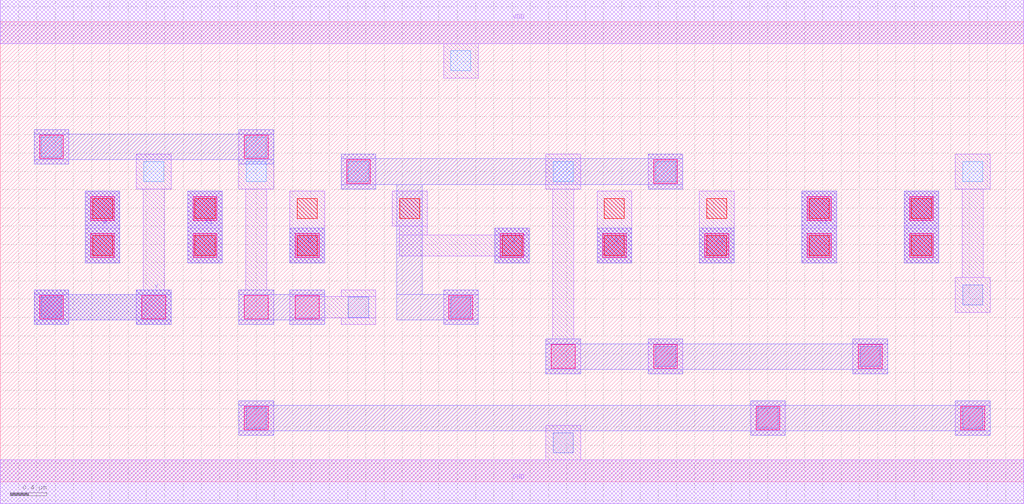
<source format=lef>
MACRO AOOAOI21311
 CLASS CORE ;
 FOREIGN AOOAOI21311 0 0 ;
 SIZE 11.200000000000001 BY 5.04 ;
 ORIGIN 0 0 ;
 SYMMETRY X Y R90 ;
 SITE unit ;
  PIN VDD
   DIRECTION INOUT ;
   USE POWER ;
   SHAPE ABUTMENT ;
    PORT
     CLASS CORE ;
       LAYER met1 ;
        RECT 0.00000000 4.80000000 11.20000000 5.28000000 ;
    END
  END VDD

  PIN GND
   DIRECTION INOUT ;
   USE POWER ;
   SHAPE ABUTMENT ;
    PORT
     CLASS CORE ;
       LAYER met1 ;
        RECT 0.00000000 -0.24000000 11.20000000 0.24000000 ;
    END
  END GND

  PIN Y
   DIRECTION INOUT ;
   USE SIGNAL ;
   SHAPE ABUTMENT ;
    PORT
     CLASS CORE ;
       LAYER met2 ;
        RECT 0.37000000 1.72200000 0.75000000 1.77200000 ;
        RECT 1.49000000 1.72200000 1.87000000 1.77200000 ;
        RECT 0.37000000 1.77200000 1.87000000 2.05200000 ;
        RECT 0.37000000 2.05200000 0.75000000 2.10200000 ;
        RECT 1.49000000 2.05200000 1.87000000 2.10200000 ;
    END
  END Y

  PIN A
   DIRECTION INOUT ;
   USE SIGNAL ;
   SHAPE ABUTMENT ;
    PORT
     CLASS CORE ;
       LAYER met2 ;
        RECT 0.93000000 2.39700000 1.31000000 3.18200000 ;
    END
  END A

  PIN C2
   DIRECTION INOUT ;
   USE SIGNAL ;
   SHAPE ABUTMENT ;
    PORT
     CLASS CORE ;
       LAYER met2 ;
        RECT 7.65000000 2.39700000 8.03000000 2.77700000 ;
    END
  END C2

  PIN C1
   DIRECTION INOUT ;
   USE SIGNAL ;
   SHAPE ABUTMENT ;
    PORT
     CLASS CORE ;
       LAYER met2 ;
        RECT 8.77000000 2.39700000 9.15000000 3.18200000 ;
    END
  END C1

  PIN E
   DIRECTION INOUT ;
   USE SIGNAL ;
   SHAPE ABUTMENT ;
    PORT
     CLASS CORE ;
       LAYER met2 ;
        RECT 5.41000000 2.39700000 5.79000000 2.77700000 ;
    END
  END E

  PIN A1
   DIRECTION INOUT ;
   USE SIGNAL ;
   SHAPE ABUTMENT ;
    PORT
     CLASS CORE ;
       LAYER met2 ;
        RECT 2.05000000 2.39700000 2.43000000 3.18200000 ;
    END
  END A1

  PIN D
   DIRECTION INOUT ;
   USE SIGNAL ;
   SHAPE ABUTMENT ;
    PORT
     CLASS CORE ;
       LAYER met2 ;
        RECT 6.53000000 2.39700000 6.91000000 2.77700000 ;
    END
  END D

  PIN C
   DIRECTION INOUT ;
   USE SIGNAL ;
   SHAPE ABUTMENT ;
    PORT
     CLASS CORE ;
       LAYER met2 ;
        RECT 9.89000000 2.39700000 10.27000000 3.18200000 ;
    END
  END C

  PIN B
   DIRECTION INOUT ;
   USE SIGNAL ;
   SHAPE ABUTMENT ;
    PORT
     CLASS CORE ;
       LAYER met2 ;
        RECT 3.17000000 2.39700000 3.55000000 2.77700000 ;
    END
  END B

 OBS
    LAYER polycont ;
     RECT 1.01000000 2.47700000 1.23000000 2.69700000 ;
     RECT 2.13000000 2.47700000 2.35000000 2.69700000 ;
     RECT 3.25000000 2.47700000 3.47000000 2.69700000 ;
     RECT 5.49000000 2.47700000 5.71000000 2.69700000 ;
     RECT 6.61000000 2.47700000 6.83000000 2.69700000 ;
     RECT 7.73000000 2.47700000 7.95000000 2.69700000 ;
     RECT 8.85000000 2.47700000 9.07000000 2.69700000 ;
     RECT 9.97000000 2.47700000 10.19000000 2.69700000 ;
     RECT 1.01000000 2.88200000 1.23000000 3.10200000 ;
     RECT 2.13000000 2.88200000 2.35000000 3.10200000 ;
     RECT 3.25000000 2.88200000 3.47000000 3.10200000 ;
     RECT 4.37000000 2.88200000 4.59000000 3.10200000 ;
     RECT 6.61000000 2.88200000 6.83000000 3.10200000 ;
     RECT 7.73000000 2.88200000 7.95000000 3.10200000 ;
     RECT 8.85000000 2.88200000 9.07000000 3.10200000 ;
     RECT 9.97000000 2.88200000 10.19000000 3.10200000 ;

    LAYER pdiffc ;
     RECT 1.57000000 3.28700000 1.79000000 3.50700000 ;
     RECT 2.69000000 3.28700000 2.91000000 3.50700000 ;
     RECT 3.81000000 3.28700000 4.03000000 3.50700000 ;
     RECT 6.05000000 3.28700000 6.27000000 3.50700000 ;
     RECT 7.17000000 3.28700000 7.39000000 3.50700000 ;
     RECT 10.53000000 3.28700000 10.75000000 3.50700000 ;
     RECT 0.45000000 3.55700000 0.67000000 3.77700000 ;
     RECT 2.69000000 3.55700000 2.91000000 3.77700000 ;
     RECT 4.93000000 4.50200000 5.15000000 4.72200000 ;

    LAYER ndiffc ;
     RECT 6.05000000 0.31700000 6.27000000 0.53700000 ;
     RECT 2.69000000 0.58700000 2.91000000 0.80700000 ;
     RECT 8.29000000 0.58700000 8.51000000 0.80700000 ;
     RECT 10.53000000 0.58700000 10.75000000 0.80700000 ;
     RECT 7.17000000 1.26200000 7.39000000 1.48200000 ;
     RECT 9.41000000 1.26200000 9.63000000 1.48200000 ;
     RECT 0.45000000 1.80200000 0.67000000 2.02200000 ;
     RECT 3.81000000 1.80200000 4.03000000 2.02200000 ;
     RECT 4.93000000 1.80200000 5.15000000 2.02200000 ;
     RECT 10.53000000 1.93700000 10.75000000 2.15700000 ;

    LAYER met1 ;
     RECT 0.00000000 -0.24000000 11.20000000 0.24000000 ;
     RECT 5.97000000 0.24000000 6.35000000 0.61700000 ;
     RECT 2.61000000 0.50700000 2.99000000 0.88700000 ;
     RECT 8.21000000 0.50700000 8.59000000 0.88700000 ;
     RECT 10.45000000 0.50700000 10.83000000 0.88700000 ;
     RECT 7.09000000 1.18200000 7.47000000 1.56200000 ;
     RECT 9.33000000 1.18200000 9.71000000 1.56200000 ;
     RECT 0.37000000 1.72200000 0.75000000 2.10200000 ;
     RECT 3.17000000 1.72200000 3.55000000 1.79700000 ;
     RECT 3.73000000 1.72200000 4.11000000 1.79700000 ;
     RECT 3.17000000 1.79700000 4.11000000 2.02700000 ;
     RECT 3.17000000 2.02700000 3.55000000 2.10200000 ;
     RECT 3.73000000 2.02700000 4.11000000 2.10200000 ;
     RECT 4.85000000 1.72200000 5.23000000 2.10200000 ;
     RECT 0.93000000 2.39700000 1.31000000 2.77700000 ;
     RECT 2.05000000 2.39700000 2.43000000 2.77700000 ;
     RECT 8.77000000 2.39700000 9.15000000 2.77700000 ;
     RECT 9.89000000 2.39700000 10.27000000 2.77700000 ;
     RECT 0.93000000 2.80200000 1.31000000 3.18200000 ;
     RECT 2.05000000 2.80200000 2.43000000 3.18200000 ;
     RECT 3.17000000 2.39700000 3.55000000 3.18200000 ;
     RECT 5.41000000 2.39700000 5.79000000 2.47200000 ;
     RECT 4.36500000 2.47200000 5.79000000 2.70200000 ;
     RECT 5.41000000 2.70200000 5.79000000 2.77700000 ;
     RECT 4.36500000 2.70200000 4.67000000 2.80200000 ;
     RECT 4.29000000 2.80200000 4.67000000 3.18200000 ;
     RECT 6.53000000 2.39700000 6.91000000 3.18200000 ;
     RECT 7.65000000 2.39700000 8.03000000 3.18200000 ;
     RECT 8.77000000 2.80200000 9.15000000 3.18200000 ;
     RECT 9.89000000 2.80200000 10.27000000 3.18200000 ;
     RECT 1.49000000 1.72200000 1.87000000 2.10200000 ;
     RECT 1.56500000 2.10200000 1.79500000 3.20700000 ;
     RECT 1.49000000 3.20700000 1.87000000 3.58700000 ;
     RECT 3.73000000 3.20700000 4.11000000 3.58700000 ;
     RECT 5.97000000 1.18200000 6.35000000 1.56200000 ;
     RECT 6.04500000 1.56200000 6.27500000 3.20700000 ;
     RECT 5.97000000 3.20700000 6.35000000 3.58700000 ;
     RECT 7.09000000 3.20700000 7.47000000 3.58700000 ;
     RECT 10.45000000 1.85700000 10.83000000 2.23700000 ;
     RECT 10.52500000 2.23700000 10.75500000 3.20700000 ;
     RECT 10.45000000 3.20700000 10.83000000 3.58700000 ;
     RECT 0.37000000 3.47700000 0.75000000 3.85700000 ;
     RECT 2.61000000 1.72200000 2.99000000 2.10200000 ;
     RECT 2.68500000 2.10200000 2.91500000 3.20700000 ;
     RECT 2.61000000 3.20700000 2.99000000 3.85700000 ;
     RECT 4.85000000 4.42200000 5.23000000 4.80000000 ;
     RECT 0.00000000 4.80000000 11.20000000 5.28000000 ;

    LAYER via1 ;
     RECT 2.67000000 0.56700000 2.93000000 0.82700000 ;
     RECT 8.27000000 0.56700000 8.53000000 0.82700000 ;
     RECT 10.51000000 0.56700000 10.77000000 0.82700000 ;
     RECT 6.03000000 1.24200000 6.29000000 1.50200000 ;
     RECT 7.15000000 1.24200000 7.41000000 1.50200000 ;
     RECT 9.39000000 1.24200000 9.65000000 1.50200000 ;
     RECT 0.43000000 1.78200000 0.69000000 2.04200000 ;
     RECT 1.55000000 1.78200000 1.81000000 2.04200000 ;
     RECT 2.67000000 1.78200000 2.93000000 2.04200000 ;
     RECT 3.23000000 1.78200000 3.49000000 2.04200000 ;
     RECT 4.91000000 1.78200000 5.17000000 2.04200000 ;
     RECT 0.99000000 2.45700000 1.25000000 2.71700000 ;
     RECT 2.11000000 2.45700000 2.37000000 2.71700000 ;
     RECT 3.23000000 2.45700000 3.49000000 2.71700000 ;
     RECT 5.47000000 2.45700000 5.73000000 2.71700000 ;
     RECT 6.59000000 2.45700000 6.85000000 2.71700000 ;
     RECT 7.71000000 2.45700000 7.97000000 2.71700000 ;
     RECT 8.83000000 2.45700000 9.09000000 2.71700000 ;
     RECT 9.95000000 2.45700000 10.21000000 2.71700000 ;
     RECT 0.99000000 2.86200000 1.25000000 3.12200000 ;
     RECT 2.11000000 2.86200000 2.37000000 3.12200000 ;
     RECT 8.83000000 2.86200000 9.09000000 3.12200000 ;
     RECT 9.95000000 2.86200000 10.21000000 3.12200000 ;
     RECT 3.79000000 3.26700000 4.05000000 3.52700000 ;
     RECT 7.15000000 3.26700000 7.41000000 3.52700000 ;
     RECT 0.43000000 3.53700000 0.69000000 3.79700000 ;
     RECT 2.67000000 3.53700000 2.93000000 3.79700000 ;

    LAYER met2 ;
     RECT 2.61000000 0.50700000 2.99000000 0.55700000 ;
     RECT 8.21000000 0.50700000 8.59000000 0.55700000 ;
     RECT 10.45000000 0.50700000 10.83000000 0.55700000 ;
     RECT 2.61000000 0.55700000 10.83000000 0.83700000 ;
     RECT 2.61000000 0.83700000 2.99000000 0.88700000 ;
     RECT 8.21000000 0.83700000 8.59000000 0.88700000 ;
     RECT 10.45000000 0.83700000 10.83000000 0.88700000 ;
     RECT 5.97000000 1.18200000 6.35000000 1.23200000 ;
     RECT 7.09000000 1.18200000 7.47000000 1.23200000 ;
     RECT 9.33000000 1.18200000 9.71000000 1.23200000 ;
     RECT 5.97000000 1.23200000 9.71000000 1.51200000 ;
     RECT 5.97000000 1.51200000 6.35000000 1.56200000 ;
     RECT 7.09000000 1.51200000 7.47000000 1.56200000 ;
     RECT 9.33000000 1.51200000 9.71000000 1.56200000 ;
     RECT 0.37000000 1.72200000 0.75000000 1.77200000 ;
     RECT 1.49000000 1.72200000 1.87000000 1.77200000 ;
     RECT 0.37000000 1.77200000 1.87000000 2.05200000 ;
     RECT 0.37000000 2.05200000 0.75000000 2.10200000 ;
     RECT 1.49000000 2.05200000 1.87000000 2.10200000 ;
     RECT 2.61000000 1.72200000 2.99000000 1.77200000 ;
     RECT 3.17000000 1.72200000 3.55000000 1.77200000 ;
     RECT 2.61000000 1.77200000 3.55000000 2.05200000 ;
     RECT 2.61000000 2.05200000 2.99000000 2.10200000 ;
     RECT 3.17000000 2.05200000 3.55000000 2.10200000 ;
     RECT 3.17000000 2.39700000 3.55000000 2.77700000 ;
     RECT 5.41000000 2.39700000 5.79000000 2.77700000 ;
     RECT 6.53000000 2.39700000 6.91000000 2.77700000 ;
     RECT 7.65000000 2.39700000 8.03000000 2.77700000 ;
     RECT 0.93000000 2.39700000 1.31000000 3.18200000 ;
     RECT 2.05000000 2.39700000 2.43000000 3.18200000 ;
     RECT 8.77000000 2.39700000 9.15000000 3.18200000 ;
     RECT 9.89000000 2.39700000 10.27000000 3.18200000 ;
     RECT 4.85000000 1.72200000 5.23000000 1.77200000 ;
     RECT 4.34000000 1.77200000 5.23000000 2.05200000 ;
     RECT 4.85000000 2.05200000 5.23000000 2.10200000 ;
     RECT 3.73000000 3.20700000 4.11000000 3.25700000 ;
     RECT 4.34000000 2.05200000 4.62000000 3.25700000 ;
     RECT 7.09000000 3.20700000 7.47000000 3.25700000 ;
     RECT 3.73000000 3.25700000 7.47000000 3.53700000 ;
     RECT 3.73000000 3.53700000 4.11000000 3.58700000 ;
     RECT 7.09000000 3.53700000 7.47000000 3.58700000 ;
     RECT 0.37000000 3.47700000 0.75000000 3.52700000 ;
     RECT 2.61000000 3.47700000 2.99000000 3.52700000 ;
     RECT 0.37000000 3.52700000 2.99000000 3.80700000 ;
     RECT 0.37000000 3.80700000 0.75000000 3.85700000 ;
     RECT 2.61000000 3.80700000 2.99000000 3.85700000 ;

 END
END AOOAOI21311

</source>
